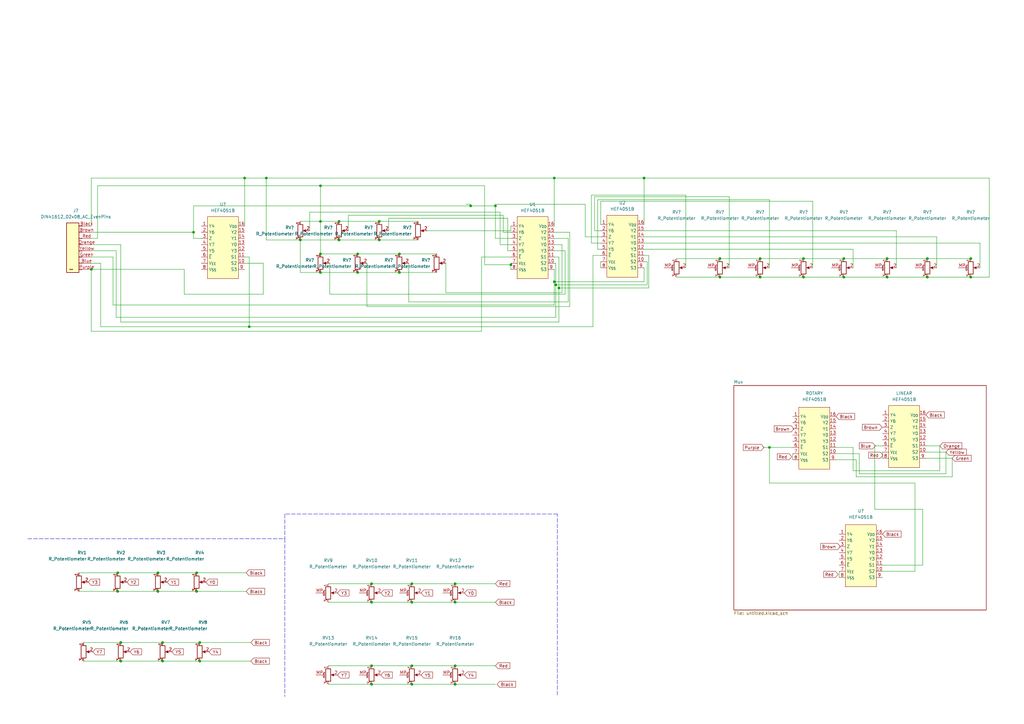
<source format=kicad_sch>
(kicad_sch (version 20211123) (generator eeschema)
  (paper "A3")
  (title_block (title "Keyboard Midi Controller") (rev "1.0"))
  (lib_symbols
    (symbol "Armaan_Library:HEF4051B"
      (property "Reference" "U" (at 0 22.86 0))
      (property "Value" "HEF4051B" (at 0 25.4 0))
      (symbol "HEF4051B_0_1"
        (rectangle (start -6.35 19.05) (end 6.35 -6.35) (fill (type background)))
      )
      (symbol "HEF4051B_1_1"
        (pin output line (at -8.89 15.24 0) (length 2.54) (name "Y4") (number "1"))
        (pin input line (at 8.89 0 180) (length 2.54) (name "S2") (number "10"))
        (pin input line (at 8.89 2.54 180) (length 2.54) (name "S1") (number "11"))
        (pin output line (at 8.89 5.08 180) (length 2.54) (name "Y3") (number "12"))
        (pin output line (at 8.89 7.62 180) (length 2.54) (name "Y0") (number "13"))
        (pin output line (at 8.89 10.16 180) (length 2.54) (name "Y1") (number "14"))
        (pin output line (at 8.89 12.7 180) (length 2.54) (name "Y2") (number "15"))
        (pin input line (at 8.89 15.24 180) (length 2.54) (name "V_{DD}") (number "16"))
        (pin output line (at -8.89 12.7 0) (length 2.54) (name "Y6") (number "2"))
        (pin input line (at -8.89 10.16 0) (length 2.54) (name "Z") (number "3"))
        (pin output line (at -8.89 7.62 0) (length 2.54) (name "Y7") (number "4"))
        (pin output line (at -8.89 5.08 0) (length 2.54) (name "Y5") (number "5"))
        (pin input line (at -8.89 2.54 0) (length 2.54) (name "~{E}") (number "6"))
        (pin input line (at -8.89 0 0) (length 2.54) (name "V_{EE}") (number "7"))
        (pin input line (at -8.89 -2.54 0) (length 2.54) (name "V_{SS}") (number "8"))
        (pin input line (at 8.89 -2.54 180) (length 2.54) (name "S3") (number "9"))
      )
    )
    (symbol "Connector:DIN41612_02x08_AC_EvenPins" (pin_names (offset 1.016) hide)
      (property "Reference" "J?" (at 1.27 13.97 0))
      (property "Value" "DIN41612_02x08_AC_EvenPins" (at 1.27 11.43 0))
      (symbol "DIN41612_02x08_AC_EvenPins_1_1"
        (rectangle (start -2.54 8.89) (end 2.54 -11.43) (stroke (width 0.254)) (fill (type background)))
        (rectangle (start -1.27 -10.033) (end 0 -10.287) (stroke (width 0.1524)))
        (rectangle (start 3.81 -10.033) (end 2.54 -10.287) (stroke (width 0.1524)))
        (rectangle (start 3.81 -7.493) (end 2.54 -7.747) (stroke (width 0.1524)))
        (rectangle (start 3.81 -4.953) (end 2.54 -5.207) (stroke (width 0.1524)))
        (rectangle (start 3.81 -2.413) (end 2.54 -2.667) (stroke (width 0.1524)))
        (rectangle (start 3.81 0.127) (end 2.54 -0.127) (stroke (width 0.1524)))
        (rectangle (start 3.81 2.667) (end 2.54 2.413) (stroke (width 0.1524)))
        (rectangle (start 3.81 5.207) (end 2.54 4.953) (stroke (width 0.1524)))
        (rectangle (start 3.81 7.747) (end 2.54 7.493) (stroke (width 0.1524)))
        (pin passive line (at 7.62 7.62 180) (length 3.81) (name "Black") (number "Black"))
        (pin passive line (at 7.62 -7.62 180) (length 3.81) (name "Pin_c14") (number "Blue"))
        (pin passive line (at 7.62 5.08 180) (length 3.81) (name "Pin_c4") (number "Brown"))
        (pin passive line (at 7.62 -5.08 180) (length 3.81) (name "Pin_c12") (number "Green"))
        (pin passive line (at 7.62 0 180) (length 3.81) (name "Pin_c8") (number "Orange"))
        (pin passive line (at 7.62 -10.16 180) (length 3.81) (name "Pin_c16") (number "Purple"))
        (pin passive line (at 7.62 2.54 180) (length 3.81) (name "Pin_c6") (number "Red"))
        (pin passive line (at 7.62 -2.54 180) (length 3.81) (name "Pin_c10") (number "Yellow"))
      )
    )
    (symbol "Device:R_Potentiometer" (pin_names (offset 1.016) hide)
      (property "Reference" "RV" (at -4.445 0 90))
      (property "Value" "R_Potentiometer" (at -2.54 0 90))
      (symbol "R_Potentiometer_0_1"
        (polyline (pts (xy 2.54 0) (xy 1.524 0)))
        (polyline (pts (xy 1.143 0) (xy 2.286 0.508) (xy 2.286 -0.508) (xy 1.143 0)) (fill (type outline)))
        (rectangle (start 1.016 2.54) (end -1.016 -2.54) (stroke (width 0.254)))
      )
      (symbol "R_Potentiometer_1_1"
        (pin passive line (at 0 3.81 270) (length 1.27) (name "1") (number "1"))
        (pin passive line (at 3.81 0 180) (length 1.27) (name "2") (number "2"))
        (pin passive line (at 0 -3.81 90) (length 1.27) (name "3") (number "3"))
      )
    )
    (symbol "Device:R_Potentiometer_MountingPin" (pin_names (offset 1.016) hide)
      (property "Reference" "RV" (at -8.255 0 90))
      (property "Value" "R_Potentiometer_MountingPin" (at -6.35 0 90))
      (symbol "R_Potentiometer_MountingPin_0_1"
        (polyline (pts (xy 2.54 0) (xy 1.524 0)))
        (polyline (pts (xy 1.143 0) (xy 2.286 0.508) (xy 2.286 -0.508)) (fill (type outline)))
        (rectangle (start 1.016 2.54) (end -1.016 -2.54) (stroke (width 0.254)))
      )
      (symbol "R_Potentiometer_MountingPin_1_1"
        (polyline (pts (xy -2.032 1.016) (xy -2.032 -1.016)) (stroke (width 0.1524)))
        (text "Mounting" (at -1.651 0 900) (effects (font (size 0.381 0.381))))
        (pin passive line (at 0 3.81 270) (length 1.27) (name "1") (number "1"))
        (pin passive line (at 3.81 0 180) (length 1.27) (name "2") (number "2"))
        (pin passive line (at 0 -3.81 90) (length 1.27) (name "3") (number "3"))
        (pin passive line (at -5.08 0 0) (length 3.048) (name "MountPin") (number "MP"))
      )
    )
  )
  (junction (at 102.235 133.985))
  (junction (at 363.855 113.665))
  (junction (at 49.53 271.145))
  (junction (at 186.69 247.015))
  (junction (at 37.465 110.49))
  (junction (at 80.645 242.57))
  (junction (at 227.33 115.57))
  (junction (at 168.91 280.67))
  (junction (at 380.365 113.665))
  (junction (at 109.22 73.025))
  (junction (at 64.77 242.57))
  (junction (at 66.675 263.525))
  (junction (at 168.91 239.395))
  (junction (at 131.445 90.805))
  (junction (at 49.53 263.525))
  (junction (at 398.145 113.665))
  (junction (at 79.375 95.25))
  (junction (at 186.69 280.67))
  (junction (at 227.965 116.84))
  (junction (at 131.445 76.2))
  (junction (at 329.565 113.665))
  (junction (at 48.26 242.57))
  (junction (at 193.04 84.455))
  (junction (at 48.26 234.95))
  (junction (at 295.275 113.665))
  (junction (at 131.445 104.14))
  (junction (at 64.77 234.95))
  (junction (at 209.55 108.585))
  (junction (at 123.19 98.425))
  (junction (at 398.145 106.045))
  (junction (at 155.575 98.425))
  (junction (at 203.2 84.455))
  (junction (at 163.83 104.14))
  (junction (at 152.4 247.015))
  (junction (at 139.065 98.425))
  (junction (at 155.575 90.805))
  (junction (at 311.785 113.665))
  (junction (at 100.33 73.025))
  (junction (at 227.33 73.025))
  (junction (at 152.4 280.67))
  (junction (at 380.365 106.045))
  (junction (at 81.915 263.525))
  (junction (at 311.785 106.045))
  (junction (at 264.16 73.025))
  (junction (at 186.69 273.05))
  (junction (at 163.83 111.76))
  (junction (at 168.91 247.015))
  (junction (at 346.075 113.665))
  (junction (at 186.69 239.395))
  (junction (at 152.4 273.05))
  (junction (at 131.445 111.76))
  (junction (at 139.065 90.805))
  (junction (at 146.685 111.76))
  (junction (at 329.565 106.045))
  (junction (at 152.4 239.395))
  (junction (at 295.275 106.045))
  (junction (at 315.595 183.515))
  (junction (at 363.855 106.045))
  (junction (at 81.915 271.145))
  (junction (at 229.235 118.11))
  (junction (at 80.645 234.95))
  (junction (at 346.075 106.045))
  (junction (at 146.685 104.14))
  (junction (at 168.91 273.05))
  (junction (at 66.675 271.145))
  (wire (pts (xy 131.445 111.76) (xy 146.685 111.76)))
  (wire (pts (xy 209.55 94.615) (xy 209.55 92.71)))
  (wire (pts (xy 387.985 194.31) (xy 352.425 194.31)))
  (wire (pts (xy 277.495 106.045) (xy 295.275 106.045)))
  (wire (pts (xy 152.4 273.05) (xy 168.91 273.05)))
  (wire (pts (xy 191.135 83.82) (xy 193.04 83.82)))
  (wire (pts (xy 375.285 198.12) (xy 315.595 198.12)))
  (wire (pts (xy 264.16 107.315) (xy 265.43 107.315)))
  (wire (pts (xy 107.95 107.95) (xy 100.33 107.95)))
  (wire (pts (xy 264.16 97.155) (xy 384.175 97.155)))
  (wire (pts (xy 227.965 107.95) (xy 227.965 116.84)))
  (wire (pts (xy 265.43 116.84) (xy 265.43 107.315)))
  (wire (pts (xy 152.4 247.015) (xy 168.91 247.015)))
  (wire (pts (xy 134.62 247.015) (xy 152.4 247.015)))
  (wire (pts (xy 131.445 90.805) (xy 131.445 104.14)))
  (wire (pts (xy 352.425 186.055) (xy 342.9 186.055)))
  (wire (pts (xy 227.33 105.41) (xy 229.235 105.41)))
  (wire (pts (xy 363.855 113.665) (xy 380.365 113.665)))
  (wire (pts (xy 206.375 88.265) (xy 142.875 88.265)))
  (wire (pts (xy 246.38 92.075) (xy 246.38 82.55)))
  (wire (pts (xy 79.375 84.455) (xy 193.04 84.455)))
  (wire (pts (xy 227.33 95.25) (xy 233.68 95.25)))
  (wire (pts (xy 342.9 188.595) (xy 351.155 188.595)))
  (wire (pts (xy 264.16 92.075) (xy 264.16 73.025)))
  (wire (pts (xy 385.445 182.88) (xy 379.73 182.88)))
  (wire (pts (xy 367.665 94.615) (xy 367.665 109.855)))
  (wire (pts (xy 352.425 194.31) (xy 352.425 186.055)))
  (wire (pts (xy 64.77 234.95) (xy 80.645 234.95)))
  (wire (pts (xy 163.83 111.76) (xy 179.07 111.76)))
  (wire (pts (xy 209.55 95.25) (xy 206.375 95.25)))
  (wire (pts (xy 37.465 110.49) (xy 75.565 110.49)))
  (wire (pts (xy 79.375 95.25) (xy 79.375 97.79)))
  (wire (pts (xy 203.2 83.82) (xy 240.03 83.82)))
  (wire (pts (xy 109.22 98.425) (xy 109.22 73.025)))
  (wire (pts (xy 346.075 113.665) (xy 363.855 113.665)))
  (wire (pts (xy 243.205 133.985) (xy 243.205 104.775)))
  (wire (pts (xy 41.275 107.95) (xy 37.465 107.95)))
  (polyline (pts (xy 228.6 210.82) (xy 116.84 210.82)))
  (wire (pts (xy 349.885 183.515) (xy 349.885 193.04)))
  (wire (pts (xy 313.055 183.515) (xy 315.595 183.515)))
  (wire (pts (xy 398.145 113.665) (xy 405.765 113.665)))
  (wire (pts (xy 227.33 110.49) (xy 227.33 115.57)))
  (wire (pts (xy 242.57 99.695) (xy 246.38 99.695)))
  (wire (pts (xy 387.985 185.42) (xy 387.985 194.31)))
  (wire (pts (xy 246.38 82.55) (xy 333.375 82.55)))
  (wire (pts (xy 281.305 80.01) (xy 242.57 80.01)))
  (wire (pts (xy 311.785 113.665) (xy 329.565 113.665)))
  (wire (pts (xy 243.205 104.775) (xy 246.38 104.775)))
  (wire (pts (xy 227.33 73.025) (xy 227.33 92.71)))
  (wire (pts (xy 205.105 86.995) (xy 127 86.995)))
  (wire (pts (xy 363.855 106.045) (xy 380.365 106.045)))
  (wire (pts (xy 233.68 125.73) (xy 150.495 125.73)))
  (wire (pts (xy 358.775 208.915) (xy 378.46 208.915)))
  (wire (pts (xy 47.625 130.175) (xy 227.965 130.175)))
  (wire (pts (xy 311.785 106.045) (xy 329.565 106.045)))
  (wire (pts (xy 246.38 107.315) (xy 246.38 109.855)))
  (wire (pts (xy 49.53 100.33) (xy 37.465 100.33)))
  (wire (pts (xy 163.83 104.14) (xy 179.07 104.14)))
  (wire (pts (xy 315.595 183.515) (xy 325.12 183.515)))
  (wire (pts (xy 155.575 90.805) (xy 171.45 90.805)))
  (wire (pts (xy 346.075 106.045) (xy 363.855 106.045)))
  (wire (pts (xy 197.485 105.41) (xy 197.485 135.89)))
  (wire (pts (xy 246.38 94.615) (xy 243.84 94.615)))
  (wire (pts (xy 139.065 90.805) (xy 155.575 90.805)))
  (wire (pts (xy 264.16 73.025) (xy 405.765 73.025)))
  (wire (pts (xy 358.775 182.88) (xy 358.775 208.915)))
  (wire (pts (xy 100.33 73.025) (xy 100.33 92.71)))
  (wire (pts (xy 315.595 81.915) (xy 315.595 109.855)))
  (wire (pts (xy 227.33 115.57) (xy 264.16 115.57)))
  (wire (pts (xy 233.68 95.25) (xy 233.68 125.73)))
  (wire (pts (xy 49.53 132.08) (xy 49.53 100.33)))
  (wire (pts (xy 206.375 95.25) (xy 206.375 88.265)))
  (wire (pts (xy 123.19 111.76) (xy 131.445 111.76)))
  (wire (pts (xy 109.22 73.025) (xy 227.33 73.025)))
  (wire (pts (xy 375.285 234.315) (xy 375.285 198.12)))
  (wire (pts (xy 361.95 182.88) (xy 358.775 182.88)))
  (wire (pts (xy 152.4 239.395) (xy 168.91 239.395)))
  (wire (pts (xy 243.84 80.645) (xy 299.085 80.645)))
  (wire (pts (xy 281.305 109.855) (xy 281.305 80.01)))
  (wire (pts (xy 102.235 105.41) (xy 102.235 133.985)))
  (wire (pts (xy 198.755 76.2) (xy 198.755 108.585)))
  (wire (pts (xy 379.73 185.42) (xy 387.985 185.42)))
  (wire (pts (xy 82.55 97.79) (xy 79.375 97.79)))
  (wire (pts (xy 32.385 234.95) (xy 48.26 234.95)))
  (wire (pts (xy 131.445 76.2) (xy 131.445 90.805)))
  (wire (pts (xy 146.685 104.14) (xy 163.83 104.14)))
  (wire (pts (xy 209.55 107.95) (xy 209.55 108.585)))
  (wire (pts (xy 329.565 106.045) (xy 346.075 106.045)))
  (wire (pts (xy 142.875 88.265) (xy 142.875 94.615)))
  (wire (pts (xy 40.005 76.2) (xy 40.005 97.79)))
  (wire (pts (xy 131.445 104.14) (xy 146.685 104.14)))
  (wire (pts (xy 233.045 97.79) (xy 233.045 123.825)))
  (wire (pts (xy 264.16 115.57) (xy 264.16 109.855)))
  (wire (pts (xy 378.46 231.775) (xy 361.95 231.775)))
  (wire (pts (xy 264.16 94.615) (xy 367.665 94.615)))
  (wire (pts (xy 380.365 113.665) (xy 398.145 113.665)))
  (wire (pts (xy 227.33 73.025) (xy 264.16 73.025)))
  (wire (pts (xy 127 86.995) (xy 127 94.615)))
  (wire (pts (xy 37.465 95.25) (xy 79.375 95.25)))
  (wire (pts (xy 227.965 116.84) (xy 265.43 116.84)))
  (wire (pts (xy 40.005 97.79) (xy 37.465 97.79)))
  (wire (pts (xy 146.685 111.76) (xy 163.83 111.76)))
  (wire (pts (xy 123.19 90.805) (xy 131.445 90.805)))
  (wire (pts (xy 139.065 98.425) (xy 155.575 98.425)))
  (wire (pts (xy 182.88 107.95) (xy 182.88 120.015)))
  (wire (pts (xy 48.26 242.57) (xy 64.77 242.57)))
  (wire (pts (xy 37.465 73.025) (xy 37.465 92.71)))
  (wire (pts (xy 193.04 83.82) (xy 193.04 84.455)))
  (polyline (pts (xy 228.6 285.115) (xy 228.6 210.82)))
  (wire (pts (xy 123.19 98.425) (xy 123.19 111.76)))
  (wire (pts (xy 227.33 100.33) (xy 230.505 100.33)))
  (wire (pts (xy 227.33 125.095) (xy 46.355 125.095)))
  (wire (pts (xy 264.16 102.235) (xy 349.885 102.235)))
  (polyline (pts (xy 116.84 210.82) (xy 116.84 220.98)))
  (wire (pts (xy 240.03 97.155) (xy 246.38 97.155)))
  (wire (pts (xy 243.84 94.615) (xy 243.84 80.645)))
  (wire (pts (xy 209.55 100.33) (xy 205.105 100.33)))
  (wire (pts (xy 342.9 183.515) (xy 349.885 183.515)))
  (wire (pts (xy 361.95 234.315) (xy 375.285 234.315)))
  (wire (pts (xy 246.38 102.235) (xy 245.11 102.235)))
  (wire (pts (xy 325.12 186.055) (xy 325.12 188.595)))
  (wire (pts (xy 349.885 102.235) (xy 349.885 109.855)))
  (wire (pts (xy 209.55 97.79) (xy 203.2 97.79)))
  (wire (pts (xy 197.485 105.41) (xy 209.55 105.41)))
  (wire (pts (xy 66.675 263.525) (xy 81.915 263.525)))
  (wire (pts (xy 80.645 242.57) (xy 100.965 242.57)))
  (wire (pts (xy 100.33 105.41) (xy 102.235 105.41)))
  (wire (pts (xy 47.625 102.87) (xy 47.625 130.175)))
  (wire (pts (xy 401.955 99.695) (xy 401.955 109.855)))
  (wire (pts (xy 242.57 80.01) (xy 242.57 99.695)))
  (wire (pts (xy 333.375 82.55) (xy 333.375 109.855)))
  (wire (pts (xy 229.235 118.11) (xy 229.235 132.08)))
  (wire (pts (xy 159.385 89.535) (xy 208.28 89.535)))
  (wire (pts (xy 34.29 263.525) (xy 49.53 263.525)))
  (wire (pts (xy 378.46 208.915) (xy 378.46 231.775)))
  (wire (pts (xy 134.62 239.395) (xy 152.4 239.395)))
  (wire (pts (xy 34.29 271.145) (xy 49.53 271.145)))
  (wire (pts (xy 227.33 97.79) (xy 233.045 97.79)))
  (wire (pts (xy 197.485 135.89) (xy 37.465 135.89)))
  (wire (pts (xy 361.95 185.42) (xy 361.95 187.96)))
  (wire (pts (xy 227.965 116.84) (xy 227.965 130.175)))
  (wire (pts (xy 351.155 188.595) (xy 351.155 195.58)))
  (polyline (pts (xy 116.84 220.98) (xy 116.84 285.75)))
  (wire (pts (xy 295.275 113.665) (xy 311.785 113.665)))
  (wire (pts (xy 46.355 125.095) (xy 46.355 105.41)))
  (wire (pts (xy 266.065 118.11) (xy 266.065 104.775)))
  (wire (pts (xy 80.645 234.95) (xy 100.965 234.95)))
  (wire (pts (xy 168.91 239.395) (xy 186.69 239.395)))
  (wire (pts (xy 186.69 273.05) (xy 203.2 273.05)))
  (wire (pts (xy 205.105 100.33) (xy 205.105 86.995)))
  (wire (pts (xy 64.77 242.57) (xy 80.645 242.57)))
  (wire (pts (xy 75.565 110.49) (xy 75.565 120.65)))
  (wire (pts (xy 37.465 73.025) (xy 100.33 73.025)))
  (wire (pts (xy 41.275 133.985) (xy 41.275 107.95)))
  (wire (pts (xy 245.11 81.915) (xy 315.595 81.915)))
  (wire (pts (xy 175.26 94.615) (xy 209.55 94.615)))
  (wire (pts (xy 231.775 120.65) (xy 135.255 120.65)))
  (wire (pts (xy 66.675 271.145) (xy 81.915 271.145)))
  (wire (pts (xy 48.26 234.95) (xy 64.77 234.95)))
  (wire (pts (xy 351.155 195.58) (xy 390.525 195.58)))
  (wire (pts (xy 81.915 263.525) (xy 102.87 263.525)))
  (wire (pts (xy 131.445 76.2) (xy 40.005 76.2)))
  (wire (pts (xy 81.915 271.145) (xy 102.87 271.145)))
  (wire (pts (xy 168.91 247.015) (xy 186.69 247.015)))
  (wire (pts (xy 123.19 98.425) (xy 139.065 98.425)))
  (wire (pts (xy 295.275 106.045) (xy 311.785 106.045)))
  (wire (pts (xy 150.495 125.73) (xy 150.495 107.95)))
  (wire (pts (xy 315.595 198.12) (xy 315.595 183.515)))
  (wire (pts (xy 299.085 80.645) (xy 299.085 109.855)))
  (wire (pts (xy 168.91 280.67) (xy 186.69 280.67)))
  (wire (pts (xy 384.175 97.155) (xy 384.175 109.855)))
  (wire (pts (xy 131.445 90.805) (xy 139.065 90.805)))
  (wire (pts (xy 227.33 107.95) (xy 227.965 107.95)))
  (wire (pts (xy 209.55 108.585) (xy 209.55 110.49)))
  (wire (pts (xy 186.69 280.67) (xy 203.2 280.67)))
  (wire (pts (xy 134.62 273.05) (xy 152.4 273.05)))
  (wire (pts (xy 405.765 73.025) (xy 405.765 113.665)))
  (wire (pts (xy 329.565 113.665) (xy 346.075 113.665)))
  (wire (pts (xy 75.565 120.65) (xy 107.95 120.65)))
  (wire (pts (xy 79.375 84.455) (xy 79.375 95.25)))
  (wire (pts (xy 37.465 102.87) (xy 47.625 102.87)))
  (wire (pts (xy 380.365 106.045) (xy 398.145 106.045)))
  (wire (pts (xy 32.385 242.57) (xy 48.26 242.57)))
  (wire (pts (xy 245.11 102.235) (xy 245.11 81.915)))
  (wire (pts (xy 49.53 271.145) (xy 66.675 271.145)))
  (wire (pts (xy 135.255 120.65) (xy 135.255 107.95)))
  (wire (pts (xy 167.64 107.95) (xy 167.64 123.825)))
  (wire (pts (xy 230.505 100.33) (xy 230.505 120.015)))
  (wire (pts (xy 277.495 113.665) (xy 295.275 113.665)))
  (wire (pts (xy 229.235 132.08) (xy 49.53 132.08)))
  (polyline (pts (xy 11.43 220.98) (xy 116.84 220.98)))
  (wire (pts (xy 155.575 98.425) (xy 171.45 98.425)))
  (wire (pts (xy 46.355 105.41) (xy 37.465 105.41)))
  (wire (pts (xy 209.55 102.87) (xy 208.28 102.87)))
  (wire (pts (xy 152.4 280.67) (xy 168.91 280.67)))
  (wire (pts (xy 203.2 84.455) (xy 203.2 97.79)))
  (wire (pts (xy 231.775 102.87) (xy 231.775 120.65)))
  (wire (pts (xy 390.525 195.58) (xy 390.525 187.96)))
  (wire (pts (xy 134.62 280.67) (xy 152.4 280.67)))
  (wire (pts (xy 198.755 108.585) (xy 209.55 108.585)))
  (wire (pts (xy 186.69 239.395) (xy 203.2 239.395)))
  (wire (pts (xy 240.03 83.82) (xy 240.03 97.155)))
  (wire (pts (xy 100.33 73.025) (xy 109.22 73.025)))
  (wire (pts (xy 186.69 247.015) (xy 203.2 247.015)))
  (wire (pts (xy 229.235 118.11) (xy 266.065 118.11)))
  (wire (pts (xy 344.17 234.315) (xy 344.17 236.855)))
  (wire (pts (xy 37.465 135.89) (xy 37.465 110.49)))
  (wire (pts (xy 159.385 94.615) (xy 159.385 89.535)))
  (wire (pts (xy 390.525 187.96) (xy 379.73 187.96)))
  (wire (pts (xy 102.235 133.985) (xy 243.205 133.985)))
  (wire (pts (xy 227.33 102.87) (xy 231.775 102.87)))
  (wire (pts (xy 193.04 84.455) (xy 203.2 84.455)))
  (wire (pts (xy 229.235 105.41) (xy 229.235 118.11)))
  (wire (pts (xy 398.145 106.045) (xy 398.78 106.045)))
  (wire (pts (xy 102.235 133.985) (xy 41.275 133.985)))
  (wire (pts (xy 203.2 83.82) (xy 203.2 84.455)))
  (wire (pts (xy 123.19 98.425) (xy 109.22 98.425)))
  (wire (pts (xy 349.885 193.04) (xy 385.445 193.04)))
  (wire (pts (xy 264.16 99.695) (xy 401.955 99.695)))
  (wire (pts (xy 198.755 76.2) (xy 131.445 76.2)))
  (wire (pts (xy 107.95 120.65) (xy 107.95 107.95)))
  (wire (pts (xy 182.88 120.015) (xy 230.505 120.015)))
  (wire (pts (xy 266.065 104.775) (xy 264.16 104.775)))
  (wire (pts (xy 227.33 115.57) (xy 227.33 125.095)))
  (wire (pts (xy 385.445 193.04) (xy 385.445 182.88)))
  (wire (pts (xy 49.53 263.525) (xy 66.675 263.525)))
  (wire (pts (xy 168.91 273.05) (xy 186.69 273.05)))
  (wire (pts (xy 208.28 102.87) (xy 208.28 89.535)))
  (wire (pts (xy 233.045 123.825) (xy 167.64 123.825)))
  (global_label "Red" (shape output) (at 337.82 235.585 0) (property "Intersheet References" "${INTERSHEET_REFS}" (effects hide)))
  (global_label "Blue" (shape output) (at 352.425 182.88 0) (property "Intersheet References" "${INTERSHEET_REFS}" (effects hide)))
  (global_label "Orange" (shape input) (at 385.445 182.88 0) (property "Intersheet References" "${INTERSHEET_REFS}" (effects hide)))
  (global_label "Y5" (shape input) (at 70.485 267.335 0) (property "Intersheet References" "${INTERSHEET_REFS}" (effects hide)))
  (global_label "Brown" (shape output) (at 353.695 175.26 0) (property "Intersheet References" "${INTERSHEET_REFS}" (effects hide)))
  (global_label "Y4" (shape input) (at 190.5 276.86 0) (property "Intersheet References" "${INTERSHEET_REFS}" (effects hide)))
  (global_label "Brown" (shape output) (at 336.55 224.155 0) (property "Intersheet References" "${INTERSHEET_REFS}" (effects hide)))
  (global_label "Y6" (shape input) (at 156.21 276.86 0) (property "Intersheet References" "${INTERSHEET_REFS}" (effects hide)))
  (global_label "Black" (shape input) (at 100.965 234.95 0) (property "Intersheet References" "${INTERSHEET_REFS}" (effects hide)))
  (global_label "Y1" (shape input) (at 172.72 243.205 0) (property "Intersheet References" "${INTERSHEET_REFS}" (effects hide)))
  (global_label "Black" (shape input) (at 342.9 170.815 0) (property "Intersheet References" "${INTERSHEET_REFS}" (effects hide)))
  (global_label "Red" (shape output) (at 318.77 187.325 0) (property "Intersheet References" "${INTERSHEET_REFS}" (effects hide)))
  (global_label "Y3" (shape input) (at 36.195 238.76 0) (property "Intersheet References" "${INTERSHEET_REFS}" (effects hide)))
  (global_label "Y0" (shape input) (at 84.455 238.76 0) (property "Intersheet References" "${INTERSHEET_REFS}" (effects hide)))
  (global_label "Black" (shape input) (at 102.87 271.145 0) (property "Intersheet References" "${INTERSHEET_REFS}" (effects hide)))
  (global_label "Black" (shape input) (at 203.2 247.015 0) (property "Intersheet References" "${INTERSHEET_REFS}" (effects hide)))
  (global_label "Red" (shape input) (at 203.2 239.395 0) (property "Intersheet References" "${INTERSHEET_REFS}" (effects hide)))
  (global_label "Purple" (shape output) (at 304.8 183.515 0) (property "Intersheet References" "${INTERSHEET_REFS}" (effects hide)))
  (global_label "Brown" (shape output) (at 317.5 175.895 0) (property "Intersheet References" "${INTERSHEET_REFS}" (effects hide)))
  (global_label "Y7" (shape input) (at 38.1 267.335 0) (property "Intersheet References" "${INTERSHEET_REFS}" (effects hide)))
  (global_label "Y1" (shape input) (at 68.58 238.76 0) (property "Intersheet References" "${INTERSHEET_REFS}" (effects hide)))
  (global_label "Black" (shape input) (at 203.835 280.67 0) (property "Intersheet References" "${INTERSHEET_REFS}" (effects hide)))
  (global_label "Y2" (shape input) (at 156.21 243.205 0) (property "Intersheet References" "${INTERSHEET_REFS}" (effects hide)))
  (global_label "Y5" (shape input) (at 172.72 276.86 0) (property "Intersheet References" "${INTERSHEET_REFS}" (effects hide)))
  (global_label "Green" (shape input) (at 390.525 187.96 0) (property "Intersheet References" "${INTERSHEET_REFS}" (effects hide)))
  (global_label "Y0" (shape input) (at 190.5 243.205 0) (property "Intersheet References" "${INTERSHEET_REFS}" (effects hide)))
  (global_label "Black" (shape input) (at 379.73 170.18 0) (property "Intersheet References" "${INTERSHEET_REFS}" (effects hide)))
  (global_label "Black" (shape input) (at 102.87 263.525 0) (property "Intersheet References" "${INTERSHEET_REFS}" (effects hide)))
  (global_label "Red" (shape output) (at 356.235 186.69 0) (property "Intersheet References" "${INTERSHEET_REFS}" (effects hide)))
  (global_label "Red" (shape input) (at 203.2 273.05 0) (property "Intersheet References" "${INTERSHEET_REFS}" (effects hide)))
  (global_label "Y4" (shape input) (at 85.725 267.335 0) (property "Intersheet References" "${INTERSHEET_REFS}" (effects hide)))
  (global_label "Black" (shape input) (at 100.965 242.57 0) (property "Intersheet References" "${INTERSHEET_REFS}" (effects hide)))
  (global_label "Y2" (shape input) (at 52.07 238.76 0) (property "Intersheet References" "${INTERSHEET_REFS}" (effects hide)))
  (global_label "Y6" (shape input) (at 53.34 267.335 0) (property "Intersheet References" "${INTERSHEET_REFS}" (effects hide)))
  (global_label "Y3" (shape input) (at 138.43 243.205 0) (property "Intersheet References" "${INTERSHEET_REFS}" (effects hide)))
  (global_label "Y7" (shape input) (at 138.43 276.86 0) (property "Intersheet References" "${INTERSHEET_REFS}" (effects hide)))
  (global_label "Yellow" (shape input) (at 387.985 185.42 0) (property "Intersheet References" "${INTERSHEET_REFS}" (effects hide)))
  (global_label "Black" (shape input) (at 361.95 219.075 0) (property "Intersheet References" "${INTERSHEET_REFS}" (effects hide)))
  (symbol (lib_id "Device:R_Potentiometer_MountingPin") (at 152.4 276.86 0) (unit 1)
    (property "Reference" "RV14" (at 152.4 261.62 0))
    (property "Value" "R_Potentiometer" (at 152.4 264.16 0))
    (property "Footprint" "Potentiometer_THT:Potentiometer_Bourns_PTA3043_Single_Slide" (effects hide))
  )
  (symbol (lib_id "Device:R_Potentiometer") (at 146.685 107.95 0) (unit 1)
    (property "Reference" "RV?" (at 144.145 106.6799 0) (effects (justify right)))
    (property "Value" "R_Potentiometer" (at 144.145 109.2199 0) (effects (justify right)))
  )
  (symbol (lib_id "Device:R_Potentiometer") (at 171.45 94.615 0) (unit 1)
    (property "Reference" "RV?" (at 168.91 93.3449 0) (effects (justify right)))
    (property "Value" "R_Potentiometer" (at 168.91 95.8849 0) (effects (justify right)))
  )
  (symbol (lib_id "Device:R_Potentiometer") (at 139.065 94.615 0) (unit 1)
    (property "Reference" "RV?" (at 136.525 93.3449 0) (effects (justify right)))
    (property "Value" "R_Potentiometer" (at 136.525 95.8849 0) (effects (justify right)))
  )
  (symbol (lib_id "Armaan_Library:HEF4051B") (at 370.84 185.42 0) (unit 1)
    (property "Reference" "LINEAR" (at 370.84 161.29 0))
    (property "Value" "HEF4051B" (at 370.84 163.83 0))
  )
  (symbol (lib_id "Device:R_Potentiometer_MountingPin") (at 168.91 276.86 0) (unit 1)
    (property "Reference" "RV15" (at 168.91 261.62 0))
    (property "Value" "R_Potentiometer" (at 168.91 264.16 0))
    (property "Footprint" "Potentiometer_THT:Potentiometer_Bourns_PTA3043_Single_Slide" (effects hide))
  )
  (symbol (lib_id "Device:R_Potentiometer") (at 123.19 94.615 0) (unit 1)
    (property "Reference" "RV?" (at 120.65 93.3449 0) (effects (justify right)))
    (property "Value" "R_Potentiometer" (at 120.65 95.8849 0) (effects (justify right)))
  )
  (symbol (lib_id "Device:R_Potentiometer") (at 131.445 107.95 0) (unit 1)
    (property "Reference" "RV?" (at 128.905 106.6799 0) (effects (justify right)))
    (property "Value" "R_Potentiometer" (at 128.905 109.2199 0) (effects (justify right)))
  )
  (symbol (lib_id "Device:R_Potentiometer") (at 81.915 267.335 0) (unit 1)
    (property "Reference" "RV8" (at 85.09 255.27 0) (effects (justify right)))
    (property "Value" "R_Potentiometer" (at 85.09 257.81 0) (effects (justify right)))
  )
  (symbol (lib_id "Device:R_Potentiometer_MountingPin") (at 346.075 109.855 0) (unit 1)
    (property "Reference" "RV?" (at 346.075 86.995 0))
    (property "Value" "R_Potentiometer" (at 346.075 89.535 0))
    (property "Footprint" "Potentiometer_THT:Potentiometer_Bourns_PTA3043_Single_Slide" (effects hide))
  )
  (symbol (lib_id "Armaan_Library:HEF4051B") (at 91.44 107.95 0) (unit 1)
    (property "Reference" "U?" (at 91.44 83.82 0))
    (property "Value" "HEF4051B" (at 91.44 86.36 0))
  )
  (symbol (lib_id "Armaan_Library:HEF4051B") (at 334.01 186.055 0) (unit 1)
    (property "Reference" "ROTARY" (at 334.01 161.29 0))
    (property "Value" "HEF4051B" (at 334.01 163.83 0))
  )
  (symbol (lib_id "Armaan_Library:HEF4051B") (at 353.06 234.315 0) (unit 1)
    (property "Reference" "U?" (at 353.06 209.55 0))
    (property "Value" "HEF4051B" (at 353.06 212.09 0))
  )
  (symbol (lib_id "Device:R_Potentiometer_MountingPin") (at 311.785 109.855 0) (unit 1)
    (property "Reference" "RV?" (at 311.785 86.995 0))
    (property "Value" "R_Potentiometer" (at 311.785 89.535 0))
    (property "Footprint" "Potentiometer_THT:Potentiometer_Bourns_PTA3043_Single_Slide" (effects hide))
  )
  (symbol (lib_id "Device:R_Potentiometer") (at 32.385 238.76 0) (unit 1)
    (property "Reference" "RV1" (at 35.56 226.695 0) (effects (justify right)))
    (property "Value" "R_Potentiometer" (at 35.56 229.235 0) (effects (justify right)))
  )
  (symbol (lib_id "Device:R_Potentiometer_MountingPin") (at 329.565 109.855 0) (unit 1)
    (property "Reference" "RV?" (at 329.565 86.995 0))
    (property "Value" "R_Potentiometer" (at 329.565 89.535 0))
    (property "Footprint" "Potentiometer_THT:Potentiometer_Bourns_PTA3043_Single_Slide" (effects hide))
  )
  (symbol (lib_id "Device:R_Potentiometer_MountingPin") (at 186.69 276.86 0) (unit 1)
    (property "Reference" "RV16" (at 186.69 261.62 0))
    (property "Value" "R_Potentiometer" (at 186.69 264.16 0))
    (property "Footprint" "Potentiometer_THT:Potentiometer_Bourns_PTA3043_Single_Slide" (effects hide))
  )
  (symbol (lib_id "Device:R_Potentiometer_MountingPin") (at 134.62 276.86 0) (unit 1)
    (property "Reference" "RV13" (at 134.62 261.62 0))
    (property "Value" "R_Potentiometer" (at 134.62 264.16 0))
    (property "Footprint" "Potentiometer_THT:Potentiometer_Bourns_PTA3043_Single_Slide" (effects hide))
  )
  (symbol (lib_id "Connector:DIN41612_02x08_AC_EvenPins") (at 29.845 100.33 0) (unit 1)
    (property "Reference" "J?" (at 31.115 86.36 0))
    (property "Value" "DIN41612_02x08_AC_EvenPins" (at 31.115 88.9 0))
  )
  (symbol (lib_id "Device:R_Potentiometer") (at 48.26 238.76 0) (unit 1)
    (property "Reference" "RV2" (at 51.435 226.695 0) (effects (justify right)))
    (property "Value" "R_Potentiometer" (at 51.435 229.235 0) (effects (justify right)))
  )
  (symbol (lib_id "Device:R_Potentiometer") (at 34.29 267.335 0) (unit 1)
    (property "Reference" "RV5" (at 37.465 255.27 0) (effects (justify right)))
    (property "Value" "R_Potentiometer" (at 37.465 257.81 0) (effects (justify right)))
  )
  (symbol (lib_id "Device:R_Potentiometer_MountingPin") (at 380.365 109.855 0) (unit 1)
    (property "Reference" "RV?" (at 380.365 86.995 0))
    (property "Value" "R_Potentiometer" (at 380.365 89.535 0))
    (property "Footprint" "Potentiometer_THT:Potentiometer_Bourns_PTA3043_Single_Slide" (effects hide))
  )
  (symbol (lib_id "Device:R_Potentiometer_MountingPin") (at 295.275 109.855 0) (unit 1)
    (property "Reference" "RV?" (at 295.275 86.995 0))
    (property "Value" "R_Potentiometer" (at 295.275 89.535 0))
    (property "Footprint" "Potentiometer_THT:Potentiometer_Bourns_PTA3043_Single_Slide" (effects hide))
  )
  (symbol (lib_id "Device:R_Potentiometer_MountingPin") (at 398.145 109.855 0) (unit 1)
    (property "Reference" "RV?" (at 398.145 86.995 0))
    (property "Value" "R_Potentiometer" (at 398.145 89.535 0))
    (property "Footprint" "Potentiometer_THT:Potentiometer_Bourns_PTA3043_Single_Slide" (effects hide))
  )
  (symbol (lib_id "Device:R_Potentiometer_MountingPin") (at 152.4 243.205 0) (unit 1)
    (property "Reference" "RV10" (at 152.4 229.87 0))
    (property "Value" "R_Potentiometer" (at 152.4 232.41 0))
    (property "Footprint" "Potentiometer_THT:Potentiometer_Bourns_PTA3043_Single_Slide" (effects hide))
  )
  (symbol (lib_id "Device:R_Potentiometer_MountingPin") (at 168.91 243.205 0) (unit 1)
    (property "Reference" "RV11" (at 168.91 229.87 0))
    (property "Value" "R_Potentiometer" (at 168.91 232.41 0))
    (property "Footprint" "Potentiometer_THT:Potentiometer_Bourns_PTA3043_Single_Slide" (effects hide))
  )
  (symbol (lib_id "Device:R_Potentiometer") (at 163.83 107.95 0) (unit 1)
    (property "Reference" "RV?" (at 161.29 106.6799 0) (effects (justify right)))
    (property "Value" "R_Potentiometer" (at 161.29 109.2199 0) (effects (justify right)))
  )
  (symbol (lib_id "Device:R_Potentiometer") (at 80.645 238.76 0) (unit 1)
    (property "Reference" "RV4" (at 83.82 226.695 0) (effects (justify right)))
    (property "Value" "R_Potentiometer" (at 83.82 229.235 0) (effects (justify right)))
  )
  (symbol (lib_id "Device:R_Potentiometer") (at 155.575 94.615 0) (unit 1)
    (property "Reference" "RV?" (at 153.035 93.3449 0) (effects (justify right)))
    (property "Value" "R_Potentiometer" (at 153.035 95.8849 0) (effects (justify right)))
  )
  (symbol (lib_id "Device:R_Potentiometer_MountingPin") (at 186.69 243.205 0) (unit 1)
    (property "Reference" "RV12" (at 186.69 229.87 0))
    (property "Value" "R_Potentiometer" (at 186.69 232.41 0))
    (property "Footprint" "Potentiometer_THT:Potentiometer_Bourns_PTA3043_Single_Slide" (effects hide))
  )
  (symbol (lib_id "Armaan_Library:HEF4051B") (at 255.27 107.315 0) (unit 1)
    (property "Reference" "U2" (at 255.27 83.185 0))
    (property "Value" "HEF4051B" (at 255.27 85.725 0))
  )
  (symbol (lib_id "Device:R_Potentiometer") (at 64.77 238.76 0) (unit 1)
    (property "Reference" "RV3" (at 67.945 226.695 0) (effects (justify right)))
    (property "Value" "R_Potentiometer" (at 67.945 229.235 0) (effects (justify right)))
  )
  (symbol (lib_id "Device:R_Potentiometer_MountingPin") (at 363.855 109.855 0) (unit 1)
    (property "Reference" "RV?" (at 363.855 86.995 0))
    (property "Value" "R_Potentiometer" (at 363.855 89.535 0))
    (property "Footprint" "Potentiometer_THT:Potentiometer_Bourns_PTA3043_Single_Slide" (effects hide))
  )
  (symbol (lib_id "Device:R_Potentiometer_MountingPin") (at 277.495 109.855 0) (unit 1)
    (property "Reference" "RV?" (at 277.495 86.995 0))
    (property "Value" "R_Potentiometer" (at 277.495 89.535 0))
    (property "Footprint" "Potentiometer_THT:Potentiometer_Bourns_PTA3043_Single_Slide" (effects hide))
  )
  (symbol (lib_id "Device:R_Potentiometer") (at 49.53 267.335 0) (unit 1)
    (property "Reference" "RV6" (at 52.705 255.27 0) (effects (justify right)))
    (property "Value" "R_Potentiometer" (at 52.705 257.81 0) (effects (justify right)))
  )
  (symbol (lib_id "Device:R_Potentiometer") (at 179.07 107.95 0) (unit 1)
    (property "Reference" "RV?" (at 176.53 106.6799 0) (effects (justify right)))
    (property "Value" "R_Potentiometer" (at 176.53 109.2199 0) (effects (justify right)))
  )
  (symbol (lib_id "Device:R_Potentiometer") (at 66.675 267.335 0) (unit 1)
    (property "Reference" "RV7" (at 69.85 255.27 0) (effects (justify right)))
    (property "Value" "R_Potentiometer" (at 69.85 257.81 0) (effects (justify right)))
  )
  (symbol (lib_id "Armaan_Library:HEF4051B") (at 218.44 107.95 0) (unit 1)
    (property "Reference" "U1" (at 218.44 83.82 0))
    (property "Value" "HEF4051B" (at 218.44 86.36 0))
  )
  (symbol (lib_id "Device:R_Potentiometer_MountingPin") (at 134.62 243.205 0) (unit 1)
    (property "Reference" "RV9" (at 134.62 229.87 0))
    (property "Value" "R_Potentiometer" (at 134.62 232.41 0))
    (property "Footprint" "Potentiometer_THT:Potentiometer_Bourns_PTA3043_Single_Slide" (effects hide))
  )
  (sheet (at 300.99 158.115) (size 103.505 92.075) (stroke (width 0.1524))
    (property "Sheet name" "Mux" (at 300.99 157.4034 0) (effects (justify left bottom)))
    (property "Sheet file" "untitled.kicad_sch" (at 300.99 250.7746 0) (effects (justify left top)))
  )
)
</source>
